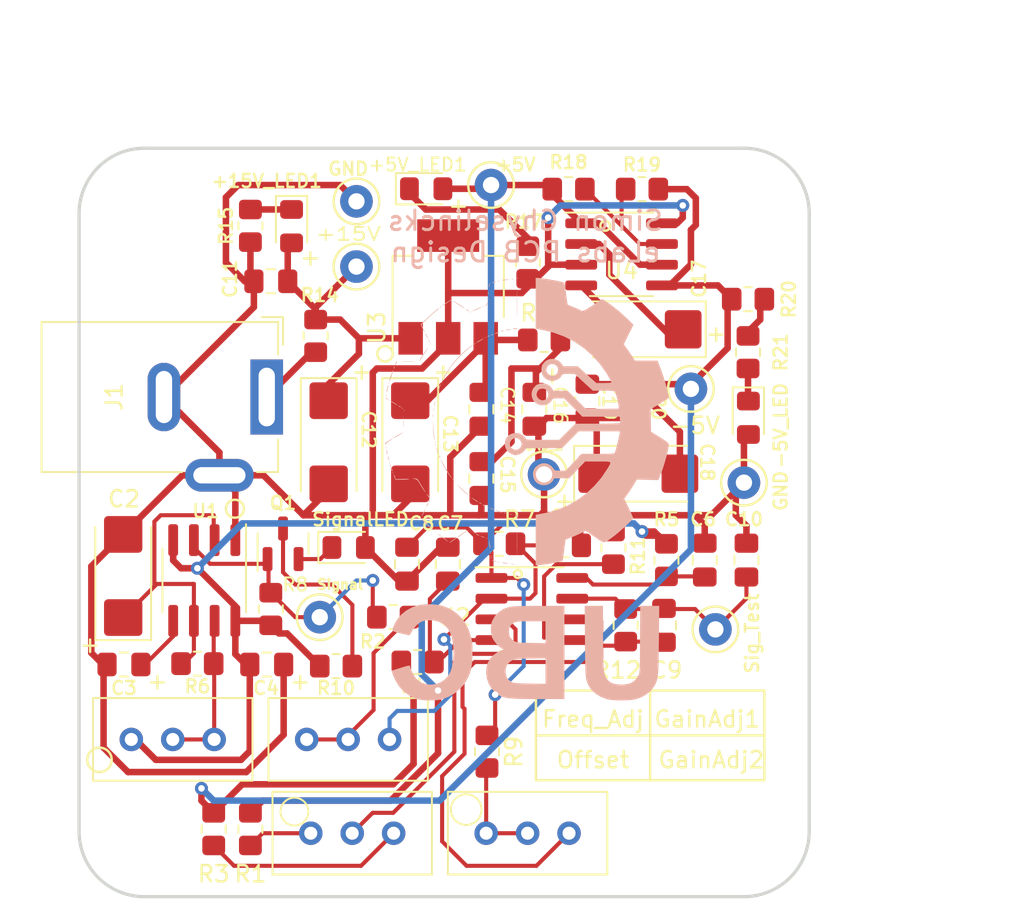
<source format=kicad_pcb>
(kicad_pcb (version 20211014) (generator pcbnew)
  (layers (0 "F.Cu" signal) (31 "B.Cu" signal) (34 "B.Paste" user) (35 "F.Paste" user) (36 "B.SilkS" user "B.Silkscreen") (37 "F.SilkS" user "F.Silkscreen") (38 "B.Mask" user) (39 "F.Mask" user) (44 "Edge.Cuts" user))
  (net 0 "")
  (net 1 "5V")
  (net 2 "Net-(+5V_LED1-Pad1)")
  (net 3 "Net-(+15V1-Pad1)")
  (net 4 "Net-(+15V_LED1-Pad1)")
  (net 5 "-5V")
  (net 6 "Net-(-5V_LED1-Pad1)")
  (net 7 "GND")
  (net 8 "Net-(C2-Pad1)")
  (net 9 "Net-(C3-Pad1)")
  (net 10 "Net-(C5-Pad1)")
  (net 11 "Net-(C5-Pad2)")
  (net 12 "Net-(C6-Pad1)")
  (net 13 "Net-(C7-Pad1)")
  (net 14 "Net-(C9-Pad1)")
  (net 15 "Net-(C10-Pad2)")
  (net 16 "/PS/+5V")
  (net 17 "Net-(C17-Pad1)")
  (net 18 "Net-(C17-Pad2)")
  (net 19 "Net-(Freq_Adj1-Pad2)")
  (net 20 "Net-(Gain_Adj1-Pad1)")
  (net 21 "Net-(Gain_Adj2-Pad1)")
  (net 22 "/PS/+15V")
  (net 23 "Net-(Offset1-Pad1)")
  (net 24 "Net-(Offset1-Pad2)")
  (net 25 "Net-(Offset1-Pad3)")
  (net 26 "Signal1")
  (net 27 "Net-(Q1-Pad2)")
  (net 28 "Net-(Q1-Pad3)")
  (net 29 "Net-(R11-Pad2)")
  (net 30 "Net-(R18-Pad2)")
  (footprint "Resistor_SMD:R_0805_2012Metric_Pad1.20x1.40mm_HandSolder" (layer "F.Cu") (at 145.42 104.14 180)
    (fp_text reference "R7")
    (fp_text value "10K")
  )
  (footprint "Potentiometer_THT:Potentiometer_Bourns_3296W_Vertical" (layer "F.Cu") (at 133.62 116.14 180)
    (fp_text reference "GainAdj1")
    (fp_text value "100K")
  )
  (footprint "Resistor_SMD:R_0805_2012Metric_Pad1.20x1.40mm_HandSolder" (layer "F.Cu") (at 127.92 121.64 90)
    (fp_text reference "R3")
    (fp_text value "1K")
  )
  (footprint "MountingHole:MountingHole_3.2mm_M3" (layer "F.Cu") (at 123.42 83.89)
    (fp_text reference "H1" hide)
    (fp_text value "MountingHole")
  )
  (footprint "elab_PCB_Design:C 0805" (layer "F.Cu") (at 145.2725 95.965 -90)
    (fp_text reference "C14")
    (fp_text value "10n")
  )
  (footprint "TestPoint:TestPoint_Keystone_5000-5004_Miniature" (layer "F.Cu") (at 158.67 109.39 -90)
    (fp_text reference "Sig_Test")
    (fp_text value "TestPoint")
  )
  (footprint "Resistor_SMD:R_0805_2012Metric_Pad1.20x1.40mm_HandSolder" (layer "F.Cu") (at 152.42 104.39 -90)
    (fp_text reference "R11")
    (fp_text value "25")
  )
  (footprint "Package_TO_SOT_SMD:SOT-23" (layer "F.Cu") (at 132.17 104.14 90)
    (fp_text reference "Q1")
    (fp_text value "DMN10H700S")
  )
  (footprint "Resistor_SMD:R_0805_2012Metric_Pad1.20x1.40mm_HandSolder" (layer "F.Cu") (at 148.17 91.64)
    (fp_text reference "R16")
    (fp_text value "0R")
  )
  (footprint "elab_PCB_Design:C 0805" (layer "F.Cu") (at 151.7725 95.465 -90)
    (fp_text reference "C19")
    (fp_text value "10n")
  )
  (footprint "Potentiometer_THT:Potentiometer_Bourns_3296W_Vertical" (layer "F.Cu") (at 144.62 121.89 180)
    (fp_text reference "GainAdj2")
    (fp_text value "100K")
  )
  (footprint "Potentiometer_THT:Potentiometer_Bourns_3296W_Vertical" (layer "F.Cu") (at 122.87 116.14 180)
    (fp_text reference "Freq_Adj")
    (fp_text value "100K")
  )
  (footprint "elab_PCB_Design:C 0805" (layer "F.Cu") (at 145.2725 100.215 -90)
    (fp_text reference "C15")
    (fp_text value "10n")
  )
  (footprint "elab_PCB_Design:C 0805" (layer "F.Cu") (at 138.8175 105.315 90)
    (fp_text reference "C8")
    (fp_text value "DNP")
  )
  (footprint "elab_PCB_Design:NE555DR" (layer "F.Cu") (at 133.474 106.6235 -90)
    (fp_text reference "U1")
    (fp_text value "NE555P")
  )
  (footprint "elab_PCB_Design:C 0805" (layer "F.Cu") (at 154.5675 109.065 90)
    (fp_text reference "C9")
    (fp_text value "22p")
  )
  (footprint "TestPoint:TestPoint_Keystone_5000-5004_Miniature" (layer "F.Cu") (at 136.67 87.14)
    (fp_text reference "+15V")
    (fp_text value "TestPoint")
  )
  (footprint "elab_PCB_Design:C 0805" (layer "F.Cu") (at 122.345 112.4925 180)
    (fp_text reference "C3")
    (fp_text value "10n")
  )
  (footprint "elab_PCB_Design:LED" (layer "F.Cu") (at 133.9175 84.7875 -90)
    (fp_text reference "+15V_LED1")
    (fp_text value "LED")
  )
  (footprint "Resistor_SMD:R_0805_2012Metric_Pad1.20x1.40mm_HandSolder" (layer "F.Cu") (at 135.42 111.64 180)
    (fp_text reference "R10")
    (fp_text value "150R")
  )
  (footprint "TestPoint:TestPoint_Keystone_5000-5004_Miniature" (layer "F.Cu") (at 148.17 99.89)
    (fp_text reference "GND_2")
    (fp_text value "TestPoint")
  )
  (footprint "TestPoint:TestPoint_Keystone_5000-5004_Miniature" (layer "F.Cu") (at 160.42 100.39 -90)
    (fp_text reference "GND")
    (fp_text value "TestPoint")
  )
  (footprint "Resistor_SMD:R_0805_2012Metric_Pad1.20x1.40mm_HandSolder" (layer "F.Cu") (at 147.17 86.89 -90)
    (fp_text reference "R17")
    (fp_text value "150R")
  )
  (footprint "elab_PCB_Design:C 0805" (layer "F.Cu") (at 141.3175 105.315 90)
    (fp_text reference "C7")
    (fp_text value "10n")
  )
  (footprint "Resistor_SMD:R_0805_2012Metric_Pad1.20x1.40mm_HandSolder" (layer "F.Cu") (at 134.17 91.39 90)
    (fp_text reference "R14")
    (fp_text value "0R")
  )
  (footprint "TestPoint:TestPoint_Keystone_5000-5004_Miniature" (layer "F.Cu") (at 136.67 83.14 90)
    (fp_text reference "GND")
    (fp_text value "TestPoint")
  )
  (footprint "Resistor_SMD:R_0805_2012Metric_Pad1.20x1.40mm_HandSolder" (layer "F.Cu") (at 130.17 121.64 -90)
    (fp_text reference "R1")
    (fp_text value "1K")
  )
  (footprint "MountingHole:MountingHole_3.2mm_M3_DIN965" (layer "F.Cu") (at 160.67 83.89)
    (fp_text reference "H3" hide)
    (fp_text value "MountingHole")
  )
  (footprint "Connector_BarrelJack:BarrelJack_GCT_DCJ200-10-A_Horizontal" (layer "F.Cu") (at 131.17 95.14 -90)
    (fp_text reference "J1")
    (fp_text value "Barrel_Jack_Switch")
  )
  (footprint "elab_PCB_Design:polar capacitor" (layer "F.Cu") (at 153.77 97.9175)
    (fp_text reference "C18")
    (fp_text value "10u")
  )
  (footprint "Resistor_SMD:R_0805_2012Metric_Pad1.20x1.40mm_HandSolder" (layer "F.Cu") (at 126.92 111.49 180)
    (fp_text reference "R6")
    (fp_text value "10K")
  )
  (footprint "TestPoint:TestPoint_Keystone_5000-5004_Miniature" (layer "F.Cu") (at 157.17 94.64)
    (fp_text reference "-5V")
    (fp_text value "TestPoint")
  )
  (footprint "elab_PCB_Design:polar capacitor" (layer "F.Cu") (at 141.8925 97.74 -90)
    (fp_text reference "C13")
    (fp_text value "10u")
  )
  (footprint "Potentiometer_THT:Potentiometer_Bourns_3296W_Vertical" (layer "F.Cu") (at 133.87 121.89 180)
    (fp_text reference "Offset")
    (fp_text value "100K")
  )
  (footprint "MountingHole:MountingHole_3.2mm_M3_DIN965" (layer "F.Cu") (at 123.42 122.14)
    (fp_text reference "H2" hide)
    (fp_text value "MountingHole")
  )
  (footprint "Resistor_SMD:R_0805_2012Metric_Pad1.20x1.40mm_HandSolder" (layer "F.Cu") (at 144.67 116.89 -90)
    (fp_text reference "R9")
    (fp_text value "1K")
  )
  (footprint "elab_PCB_Design:polar capacitor" (layer "F.Cu") (at 154.32 92.9125 180)
    (fp_text reference "C17")
    (fp_text value "10u")
  )
  (footprint "Resistor_SMD:R_0805_2012Metric_Pad1.20x1.40mm_HandSolder" (layer "F.Cu") (at 160.67 92.39 -90)
    (fp_text reference "R21")
    (fp_text value "150R")
  )
  (footprint "elab_PCB_Design:polar capacitor" (layer "F.Cu") (at 120.4475 106.29 90)
    (fp_text reference "C2")
    (fp_text value "10u")
  )
  (footprint "elab_PCB_Design:LM7805" (layer "F.Cu") (at 134.6725 87.71 90)
    (fp_text reference "U3")
    (fp_text value "LM7805MPX")
  )
  (footprint "Resistor_SMD:R_0805_2012Metric_Pad1.20x1.40mm_HandSolder" (layer "F.Cu") (at 153.17 109.14 90)
    (fp_text reference "R12")
    (fp_text value "10K")
  )
  (footprint "Resistor_SMD:R_0805_2012Metric_Pad1.20x1.40mm_HandSolder" (layer "F.Cu") (at 131.42 108.14 90)
    (fp_text reference "R8")
    (fp_text value "100R")
  )
  (footprint "TestPoint:TestPoint_Keystone_5000-5004_Miniature" (layer "F.Cu") (at 144.92 82.14)
    (fp_text reference "+5V")
    (fp_text value "TestPoint")
  )
  (footprint "elab_PCB_Design:C 0805" (layer "F.Cu") (at 149.495 103.2875)
    (fp_text reference "C5")
    (fp_text value "22p")
  )
  (footprint "Resistor_SMD:R_0805_2012Metric_Pad1.20x1.40mm_HandSolder" (layer "F.Cu") (at 155.67 105.14 -90)
    (fp_text reference "R5")
    (fp_text value "1R")
  )
  (footprint "elab_PCB_Design:LED" (layer "F.Cu") (at 141.0675 81.1425)
    (fp_text reference "+5V_LED1")
    (fp_text value "LED")
  )
  (footprint "Resistor_SMD:R_0805_2012Metric_Pad1.20x1.40mm_HandSolder" (layer "F.Cu") (at 149.67 82.39)
    (fp_text reference "R18")
    (fp_text value "100K")
  )
  (footprint "elab_PCB_Design:LED" (layer "F.Cu") (at 136.3175 103.1425)
    (fp_text reference "SignalLED")
    (fp_text value "LED")
  )
  (footprint "TestPoint:TestPoint_Keystone_5000-5004_Miniature" (layer "F.Cu") (at 134.42 108.64)
    (fp_text reference "Signal")
    (fp_text value "TestPoint")
  )
  (footprint "elab_PCB_Design:C 0805" (layer "F.Cu") (at 131.095 112.4925 180)
    (fp_text reference "C4")
    (fp_text value "10n")
  )
  (footprint "elab_PCB_Design:LED" (layer "F.Cu") (at 161.9175 96.5375 -90)
    (fp_text reference "-5V_LED")
    (fp_text value "LED")
  )
  (footprint "MountingHole:MountingHole_3.2mm_M3_DIN965" (layer "F.Cu") (at 160.42 122.14)
    (fp_text reference "H4" hide)
    (fp_text value "MountingHole")
  )
  (footprint "Package_SO:SOIC-8_3.9x4.9mm_P1.27mm" (layer "F.Cu") (at 147.42 108.14)
    (fp_text reference "U2")
    (fp_text value "AD8039")
  )
  (footprint "elab_PCB_Design:C 0805" (layer "F.Cu") (at 148.5225 95.965 -90)
    (fp_text reference "C16")
    (fp_text value "10u")
  )
  (footprint "Package_SO:SOIC-8_3.9x4.9mm_P1.27mm" (layer "F.Cu") (at 152.92 86.39)
    (fp_text reference "U4")
    (fp_text value "MAX889")
  )
  (footprint "elab_PCB_Design:C 0805" (layer "F.Cu") (at 154.7725 95.465 -90)
    (fp_text reference "C20")
    (fp_text value "10n")
  )
  (footprint "Resistor_SMD:R_0805_2012Metric_Pad1.20x1.40mm_HandSolder" (layer "F.Cu") (at 154.17 82.39)
    (fp_text reference "R19")
    (fp_text value "100K")
  )
  (footprint "Resistor_SMD:R_0805_2012Metric_Pad1.20x1.40mm_HandSolder" (layer "F.Cu") (at 160.67 89.14)
    (fp_text reference "R20")
    (fp_text value "0R")
  )
  (footprint "elab_PCB_Design:polar capacitor" (layer "F.Cu") (at 136.8925 97.74 -90)
    (fp_text reference "C12")
    (fp_text value "10u")
  )
  (footprint "elab_PCB_Design:C 0805" (layer "F.Cu") (at 157.0675 105.065 90)
    (fp_text reference "C6")
    (fp_text value "10n")
  )
  (footprint "elab_PCB_Design:C 0805" (layer "F.Cu") (at 131.345 88.9925 180)
    (fp_text reference "C11")
    (fp_text value "10n")
  )
  (footprint "elab_PCB_Design:C 0805" (layer "F.Cu") (at 161.5225 105.215 -90)
    (fp_text reference "C10")
    (fp_text value "10n")
  )
  (footprint "Resistor_SMD:R_0805_2012Metric_Pad1.20x1.40mm_HandSolder" (layer "F.Cu") (at 130.17 84.64 -90)
    (fp_text reference "R15")
    (fp_text value "650R")
  )
  (footprint "Resistor_SMD:R_0805_2012Metric_Pad1.20x1.40mm_HandSolder" (layer "F.Cu") (at 138.92 108.64)
    (fp_text reference "R2")
    (fp_text value "1K")
  )
  (footprint "Resistor_SMD:R_0805_2012Metric_Pad1.20x1.40mm_HandSolder" (layer "F.Cu") (at 140.42 111.39)
    (fp_text reference "R4")
    (fp_text value "1R")
  )
  (footprint "LOGO" (layer "B.Cu") (at 142.928415 100.55562 180)
    (fp_text reference "G***" hide)
    (fp_text value "LOGO" hide)
  )
  (gr_rect (start 147.67 113.14) (end 161.67 118.64) (layer "F.SilkS") (width 0.15) (fill none))
  (gr_circle (center 129.22 101.99) (end 129.77 101.99) (layer "F.SilkS") (width 0.15) (fill none))
  (gr_line (start 154.67 113.14) (end 154.67 118.64) (layer "F.SilkS") (width 0.15))
  (gr_circle (center 138.42 92.49) (end 137.9575 92.39) (layer "F.SilkS") (width 0.15) (fill none))
  (gr_circle (center 151.92 84.64) (end 152.22 84.64) (layer "F.SilkS") (width 0.15) (fill none))
  (gr_circle (center 146.562074 105.99) (end 146.412074 105.8) (layer "F.SilkS") (width 0.15) (fill none))
  (gr_line (start 147.67 115.89) (end 161.67 115.89) (layer "F.SilkS") (width 0.15))
  (gr_circle (center 120.92 117.39) (end 120.92 116.64) (layer "F.SilkS") (width 0.15) (fill none))
  (gr_line (start 119.67 121.78) (end 119.67 83.89) (layer "Edge.Cuts") (width 0.2))
  (gr_arc (start 164.419987 121.78) (mid 163.248413 124.608423) (end 160.419987 125.78) (layer "Edge.Cuts") (width 0.2))
  (gr_arc (start 160.419987 79.88) (mid 163.248423 81.051568) (end 164.419987 83.88) (layer "Edge.Cuts") (width 0.2))
  (gr_line (start 160.43 125.78) (end 123.67 125.78) (layer "Edge.Cuts") (width 0.2))
  (gr_arc (start 119.67 83.88) (mid 120.841573 81.051573) (end 123.67 79.88) (layer "Edge.Cuts") (width 0.2))
  (gr_line (start 123.67 79.88) (end 160.419987 79.88) (layer "Edge.Cuts") (width 0.2))
  (gr_line (start 164.419987 83.88) (end 164.419987 121.78) (layer "Edge.Cuts") (width 0.2))
  (gr_arc (start 123.67 125.78) (mid 120.841573 124.608427) (end 119.67 121.78) (layer "Edge.Cuts") (width 0.2))
  (gr_text "Simon Ghyselincks\neLabs PCB Design" (at 147.02 85.29) (layer "B.SilkS") (effects (font (size 1.2 1.2) (thickness 0.18)) (justify mirror)))
  (segment (start 141.67 116.988528) (end 138.768528 119.89) (width 0.4) (layer "F.Cu") (net 1))
  (segment (start 129.246 108.865) (end 131.145 108.865) (width 0.4) (layer "F.Cu") (net 1))
  (segment (start 148.42 82.14) (end 148.67 82.39) (width 0.4) (layer "F.Cu") (net 1))
  (segment (start 148.67 82.71) (end 150.445 84.485) (width 0.4) (layer "F.Cu") (net 1))
  (segment (start 154.055 87.025) (end 151.515 84.485) (width 0.4) (layer "F.Cu") (net 1))
  (segment (start 129.246 110.906) (end 130.1325 111.7925) (width 0.4) (layer "F.Cu") (net 1))
  (segment (start 130.1325 111.7925) (end 130.1325 116.8525) (width 0.4) (layer "F.Cu") (net 1))
  (segment (start 151.515 84.485) (end 150.445 84.485) (width 0.4) (layer "F.Cu") (net 1))
  (segment (start 154.92 103.39) (end 155.67 104.14) (width 0.4) (layer "F.Cu") (net 1))
  (segment (start 155.17 103.64) (end 155.67 104.14) (width 0.4) (layer "F.Cu") (net 1))
  (segment (start 147.67 93.64) (end 147.67 94.7) (width 0.4) (layer "F.Cu") (net 1))
  (segment (start 146.17 93.39) (end 146.17 97.89) (width 0.4) (layer "F.Cu") (net 1))
  (segment (start 125.92 105.64) (end 125.436 105.156) (width 0.4) (layer "F.Cu") (net 1))
  (segment (start 141.67 113.14) (end 141.67 116.988528) (width 0.4) (layer "F.Cu") (net 1))
  (segment (start 129.246 107.966) (end 129.246 108.865) (width 0.4) (layer "F.Cu") (net 1))
  (segment (start 147.92 93.39) (end 147.67 93.64) (width 0.4) (layer "F.Cu") (net 1))
  (segment (start 154.17 103.39) (end 154.92 103.39) (width 0.4) (layer "F.Cu") (net 1))
  (segment (start 146.17 97.89) (end 144.9575 99.1025) (width 0.4) (layer "F.Cu") (net 1))
  (segment (start 144.92 82.14) (end 148.42 82.14) (width 0.4) (layer "F.Cu") (net 1))
  (segment (start 144.9575 99.1025) (end 144.3225 99.1025) (width 0.4) (layer "F.Cu") (net 1))
  (segment (start 141.9675 82.3675) (end 144.6925 82.3675) (width 0.4) (layer "F.Cu") (net 1))
  (segment (start 155.395 87.025) (end 154.055 87.025) (width 0.4) (layer "F.Cu") (net 1))
  (segment (start 130.1325 116.8525) (end 129.595 117.39) (width 0.4) (layer "F.Cu") (net 1))
  (segment (start 125.436 105.156) (end 125.436 103.915) (width 0.4) (layer "F.Cu") (net 1))
  (segment (start 129.246 108.865) (end 129.246 110.906) (width 0.4) (layer "F.Cu") (net 1))
  (segment (start 131.42 109.14) (end 131.92 109.64) (width 0.4) (layer "F.Cu") (net 1))
  (segment (start 149.17 92.14) (end 147.92 93.39) (width 0.4) (layer "F.Cu") (net 1))
  (segment (start 147.92 93.39) (end 146.17 93.39) (width 0.4) (layer "F.Cu") (net 1))
  (segment (start 126.92 105.64) (end 129.246 107.966) (width 0.4) (layer "F.Cu") (net 1))
  (segment (start 148.67 82.39) (end 148.67 82.71) (width 0.4) (layer "F.Cu") (net 1))
  (segment (start 154.42 103.64) (end 155.17 103.64) (width 0.4) (layer "F.Cu") (net 1))
  (segment (start 131.92 109.64) (end 132.42 109.64) (width 0.4) (layer "F.Cu") (net 1))
  (segment (start 126.92 105.64) (end 125.92 105.64) (width 0.4) (layer "F.Cu") (net 1))
  (segment (start 130.92 119.89) (end 130.17 120.64) (width 0.4) (layer "F.Cu") (net 1))
  (segment (start 138.768528 119.89) (end 130.92 119.89) (width 0.4) (layer "F.Cu") (net 1))
  (segment (start 131.145 108.865) (end 131.42 109.14) (width 0.4) (layer "F.Cu") (net 1))
  (segment (start 149.17 91.64) (end 149.17 92.14) (width 0.4) (layer "F.Cu") (net 1))
  (segment (start 144.6925 82.3675) (end 144.92 82.14) (width 0.4) (layer "F.Cu") (net 1))
  (segment (start 129.595 117.39) (end 124.37 117.39) (width 0.4) (layer "F.Cu") (net 1))
  (segment (start 124.37 117.39) (end 122.87 115.89) (width 0.4) (layer "F.Cu") (net 1))
  (segment (start 132.42 109.64) (end 134.42 111.64) (width 0.4) (layer "F.Cu") (net 1))
  (via (at 154.17 103.39) (size 0.8) (drill 0.4) (layers "F.Cu" "B.Cu") (net 1))
  (via (at 126.92 105.64) (size 0.8) (drill 0.4) (layers "F.Cu" "B.Cu") (net 1))
  (via (at 141.67 113.14) (size 0.8) (drill 0.4) (layers "F.Cu" "B.Cu") (net 1))
  (segment (start 144.92 104.39) (end 144.92 102.89) (width 0.4) (layer "B.Cu") (net 1))
  (segment (start 144.92 102.89) (end 129.67 102.89) (width 0.4) (layer "B.Cu") (net 1))
  (segment (start 153.67 102.89) (end 154.17 103.39) (width 0.4) (layer "B.Cu") (net 1))
  (segment (start 129.67 102.89) (end 126.92 105.64) (width 0.4) (layer "B.Cu") (net 1))
  (segment (start 144.92 102.89) (end 153.67 102.89) (width 0.4) (layer "B.Cu") (net 1))
  (segment (start 144.92 82.14) (end 144.92 102.89) (width 0.4) (layer "B.Cu") (net 1))
  (segment (start 140.67 108.64) (end 144.92 104.39) (width 0.4) (layer "B.Cu") (net 1))
  (segment (start 141.67 113.14) (end 140.67 112.14) (width 0.4) (layer "B.Cu") (net 1))
  (segment (start 140.67 112.14) (end 140.67 108.64) (width 0.4) (layer "B.Cu") (net 1))
  (segment (start 139.9175 82.6375) (end 139.9175 82.3675) (width 0.4) (layer "F.Cu") (net 2))
  (segment (start 145.42 83.64) (end 140.92 83.64) (width 0.4) (layer "F.Cu") (net 2))
  (segment (start 140.92 83.64) (end 139.9175 82.6375) (width 0.4) (layer "F.Cu") (net 2))
  (segment (start 147.67 85.89) (end 145.42 83.64) (width 0.4) (layer "F.Cu") (net 2))
  (segment (start 134.17 89.64) (end 136.67 87.14) (width 0.4) (layer "F.Cu") (net 3))
  (segment (start 134.17 90.39) (end 134.17 89.64) (width 0.4) (layer "F.Cu") (net 3))
  (segment (start 135.67 90.39) (end 136.82 91.54) (width 0.4) (layer "F.Cu") (net 3))
  (segment (start 134.17 90.39) (end 134.17 89.755) (width 0.4) (layer "F.Cu") (net 3))
  (segment (start 134.9675 94.3425) (end 136.82 92.49) (width 0.4) (layer "F.Cu") (net 3))
  (segment (start 134.17 89.755) (end 132.4575 88.0425) (width 0.4) (layer "F.Cu") (net 3))
  (segment (start 132.4575 88.0425) (end 132.4575 85.9225) (width 0.4) (layer "F.Cu") (net 3))
  (segment (start 134.9675 95.365) (end 134.9675 94.3425) (width 0.4) (layer "F.Cu") (net 3))
  (segment (start 134.17 90.39) (end 135.67 90.39) (width 0.4) (layer "F.Cu") (net 3))
  (segment (start 132.4575 85.9225) (end 132.6925 85.6875) (width 0.4) (layer "F.Cu") (net 3))
  (segment (start 136.82 91.54) (end 139.9925 91.54) (width 0.4) (layer "F.Cu") (net 3))
  (segment (start 136.82 92.49) (end 136.82 91.54) (width 0.4) (layer "F.Cu") (net 3))
  (segment (start 130.1725 83.6375) (end 130.17 83.64) (width 0.4) (layer "F.Cu") (net 4))
  (segment (start 132.6925 83.6375) (end 130.1725 83.6375) (width 0.4) (layer "F.Cu") (net 4))
  (segment (start 156.92 82.39) (end 155.17 82.39) (width 0.4) (layer "F.Cu") (net 5))
  (segment (start 140.17 117.64) (end 138.92 118.89) (width 0.4) (layer "F.Cu") (net 5))
  (segment (start 156.495 99.8425) (end 156.495 97.275) (width 0.4) (layer "F.Cu") (net 5))
  (segment (start 155.395 88.295) (end 158.825 88.295) (width 0.4) (layer "F.Cu") (net 5))
  (segment (start 161.42 88.89) (end 161.42 90.39) (width 0.4) (layer "F.Cu") (net 5))
  (segment (start 155.395 88.295) (end 155.877817 88.295) (width 0.4) (layer "F.Cu") (net 5))
  (segment (start 157.47 82.94) (end 156.92 82.39) (width 0.4) (layer "F.Cu") (net 5))
  (segment (start 140.17 112.64) (end 140.17 117.64) (width 0.4) (layer "F.Cu") (net 5))
  (segment (start 158.825 88.295) (end 159.42 88.89) (width 0.4) (layer "F.Cu") (net 5))
  (segment (start 129.67 118.89) (end 127.92 120.64) (width 0.4) (layer "F.Cu") (net 5))
  (segment (start 161.42 90.39) (end 160.67 91.14) (width 0.4) (layer "F.Cu") (net 5))
  (segment (start 159.42 92.14) (end 157.2075 94.3525) (width 0.4) (layer "F.Cu") (net 5))
  (segment (start 155.877817 88.295) (end 157.17 87.002817) (width 0.4) (layer "F.Cu") (net 5))
  (segment (start 127.17 119.14) (end 127.17 119.89) (width 0.4) (layer "F.Cu") (net 5))
  (segment (start 138.92 118.89) (end 129.67 118.89) (width 0.4) (layer "F.Cu") (net 5))
  (segment (start 127.17 119.89) (end 127.92 120.64) (width 0.4) (layer "F.Cu") (net 5))
  (segment (start 157.17 84.89) (end 157.47 84.59) (width 0.4) (layer "F.Cu") (net 5))
  (segment (start 157.17 87.002817) (end 157.17 84.89) (width 0.4) (layer "F.Cu") (net 5))
  (segment (start 157.47 84.59) (end 157.47 82.94) (width 0.4) (layer "F.Cu") (net 5))
  (segment (start 156.495 97.275) (end 153.5725 94.3525) (width 0.4) (layer "F.Cu") (net 5))
  (segment (start 157.2075 94.3525) (end 150.8225 94.3525) (width 0.4) (layer "F.Cu") (net 5))
  (segment (start 139.17 111.64) (end 140.17 112.64) (width 0.4) (layer "F.Cu") (net 5))
  (segment (start 159.42 88.89) (end 159.42 92.14) (width 0.4) (layer "F.Cu") (net 5))
  (via (at 127.17 119.14) (size 0.8) (drill 0.4) (layers "F.Cu" "B.Cu") (net 5))
  (segment (start 127.92 119.89) (end 127.17 119.14) (width 0.4) (layer "B.Cu") (net 5))
  (segment (start 141.768528 119.89) (end 127.92 119.89) (width 0.4) (layer "B.Cu") (net 5))
  (segment (start 157.17 104.488528) (end 141.768528 119.89) (width 0.4) (layer "B.Cu") (net 5))
  (segment (start 157.17 94.64) (end 157.17 104.488528) (width 0.4) (layer "B.Cu") (net 5))
  (segment (start 160.67 95.365) (end 160.42 95.365) (width 0.4) (layer "F.Cu") (net 6))
  (segment (start 160.67 93.14) (end 160.67 95.365) (width 0.4) (layer "F.Cu") (net 6))
  (segment (start 134.9675 100.8425) (end 133.42 102.39) (width 0.4) (layer "F.Cu") (net 7))
  (segment (start 129.8225 88.0425) (end 130.3825 88.0425) (width 0.4) (layer "F.Cu") (net 7))
  (segment (start 122.67 118.14) (end 121.17 116.64) (width 0.4) (layer "F.Cu") (net 7))
  (segment (start 120.42 110.83) (end 120.42 105.5175) (width 0.4) (layer "F.Cu") (net 7))
  (segment (start 148.17 102.14) (end 147.92 102.39) (width 0.4) (layer "F.Cu") (net 7))
  (segment (start 134.9675 100.465) (end 134.9675 100.8425) (width 0.4) (layer "F.Cu") (net 7))
  (segment (start 121.3825 111.7925) (end 120.42 110.83) (width 0.4) (layer "F.Cu") (net 7))
  (segment (start 156.67 83.39) (end 156.67 84.14) (width 0.4) (layer "F.Cu") (net 7))
  (segment (start 129.246 100.916) (end 128.27 99.94) (width 0.4) (layer "F.Cu") (net 7))
  (segment (start 138.92 102.39) (end 142.42 102.39) (width 0.4) (layer "F.Cu") (net 7))
  (segment (start 158.0175 102.9875) (end 157.42 102.39) (width 0.4) (layer "F.Cu") (net 7))
  (segment (start 128.27 98.54) (end 128.27 99.94) (width 0.4) (layer "F.Cu") (net 7))
  (segment (start 150.445 87.025) (end 148.535 87.025) (width 0.4) (layer "F.Cu") (net 7))
  (segment (start 121.17 112.005) (end 121.3825 111.7925) (width 0.4) (layer "F.Cu") (net 7))
  (segment (start 147.92 102.39) (end 150.92 102.39) (width 0.4) (layer "F.Cu") (net 7))
  (segment (start 142.2675 104.3525) (end 141.8425 104.3525) (width 0.4) (layer "F.Cu") (net 7))
  (segment (start 137.92 93.39) (end 137.67 93.64) (width 0.4) (layer "F.Cu") (net 7))
  (segment (start 151.395 99.8425) (end 151.395 97) (width 0.4) (layer "F.Cu") (net 7))
  (segment (start 130.17 87.83) (end 130.3825 88.0425) (width 0.4) (layer "F.Cu") (net 7))
  (segment (start 144.3225 101.1775) (end 144.3225 102.2375) (width 0.4) (layer "F.Cu") (net 7))
  (segment (start 152.42 103.39) (end 152.42 102.89) (width 0.4) (layer "F.Cu") (net 7))
  (segment (start 135.67 82.14) (end 129.42 82.14) (width 0.4) (layer "F.Cu") (net 7))
  (segment (start 144.3225 96.9275) (end 142.42 98.83) (width 0.4) (layer "F.Cu") (net 7))
  (segment (start 142.2925 88.7625) (end 142.2925 91.54) (width 0.4) (layer "F.Cu") (net 7))
  (segment (start 147.8225 96.9275) (end 147.8225 99.5425) (width 0.4) (layer "F.Cu") (net 7))
  (segment (start 147.67 87.89) (end 146.7975 88.7625) (width 0.4) (layer "F.Cu") (net 7))
  (segment (start 137.2175 104.3675) (end 137.2175 102.4375) (width 0.4) (layer "F.Cu") (net 7))
  (segment (start 130.3825 88.0425) (end 130.3825 89.6275) (width 0.4) (layer "F.Cu") (net 7))
  (segment (start 147.8225 99.5425) (end 148.17 99.89) (width 0.4) (layer "F.Cu") (net 7))
  (segment (start 156.325 84.485) (end 155.395 84.485) (width 0.4) (layer "F.Cu") (net 7))
  (segment (start 142.2925 91.54) (end 142.2925 91.79) (width 0.4) (layer "F.Cu") (net 7))
  (segment (start 150.445 87.025) (end 150.785 87.025) (width 0.4) (layer "F.Cu") (net 7))
  (segment (start 140.0175 106.4275) (end 139.2775 106.4275) (width 0.4) (layer "F.Cu") (net 7))
  (segment (start 137.67 102.39) (end 138.92 102.39) (width 0.4) (layer "F.Cu") (net 7))
  (segment (start 136.67 83.14) (end 135.67 82.14) (width 0.4) (layer "F.Cu") (net 7))
  (segment (start 124.87 95.14) (end 128.27 98.54) (width 0.4) (layer "F.Cu") (net 7))
  (segment (start 150.92 102.39) (end 157.42 102.39) (width 0.4) (layer "F.Cu") (net 7))
  (segment (start 141.8425 104.3525) (end 139.7675 106.4275) (width 0.4) (layer "F.Cu") (net 7))
  (segment (start 137.2175 102.4375) (end 137.17 102.39) (width 0.4) (layer "F.Cu") (net 7))
  (segment (start 125.9975 99.94) (end 128.27 99.94) (width 0.4) (layer "F.Cu") (net 7))
  (segment (start 128.67 86.89) (end 129.8225 88.0425) (width 0.4) (layer "F.Cu") (net 7))
  (segment (start 148.535 87.025) (end 148.42 87.14) (width 0.4) (layer "F.Cu") (net 7))
  (segment (start 132.2075 111.7925) (end 132.2075 115.8525) (width 0.4) (layer "F.Cu") (net 7))
  (segment (start 142.42 102.39) (end 144.17 102.39) (width 0.4) (layer "F.Cu") (net 7))
  (segment (start 139.9675 101.3425) (end 138.92 102.39) (width 0.4) (layer "F.Cu") (net 7))
  (segment (start 132.2075 115.8525) (end 129.92 118.14) (width 0.4) (layer "F.Cu") (net 7))
  (segment (start 139.9675 100.465) (end 139.9675 101.3425) (width 0.4) (layer "F.Cu") (net 7))
  (segment (start 152.42 102.89) (end 151.92 102.39) (width 0.4) (layer "F.Cu") (net 7))
  (segment (start 137.67 93.64) (end 137.67 102.39) (width 0.4) (layer "F.Cu") (net 7))
  (segment (start 148.3225 96.4275) (end 147.8225 96.9275) (width 0.4) (layer "F.Cu") (net 7))
  (segment (start 158.42 102.39) (end 157.42 102.39) (width 0.4) (layer "F.Cu") (net 7))
  (segment (start 133.42 102.39) (end 137.17 102.39) (width 0.4) (layer "F.Cu") (net 7))
  (segment (start 160.42 97.415) (end 160.42 100.39) (width 0.4) (layer "F.Cu") (net 7))
  (segment (start 150.927817 87.025) (end 150.445 87.025) (width 0.4) (layer "F.Cu") (net 7))
  (segment (start 156.67 84.14) (end 156.325 84.485) (width 0.4) (layer "F.Cu") (net 7))
  (segment (start 129.92 118.14) (end 122.67 118.14) (width 0.4) (layer "F.Cu") (net 7))
  (segment (start 140.6925 93.39) (end 137.92 93.39) (width 0.4) (layer "F.Cu") (net 7))
  (segment (start 133.42 102.39) (end 130.97 99.94) (width 0.4) (layer "F.Cu") (net 7))
  (segment (start 129.42 82.14) (end 128.67 82.89) (width 0.4) (layer "F.Cu") (net 7))
  (segment (start 128.67 82.89) (end 128.67 86.89) (width 0.4) (layer "F.Cu") (net 7))
  (segment (start 144.17 102.39) (end 147.92 102.39) (width 0.4) (layer "F.Cu") (net 7))
  (segment (start 158.0175 104.1025) (end 158.0175 102.9875) (width 0.4) (layer "F.Cu") (net 7))
  (segment (start 137.17 102.39) (end 137.67 102.39) (width 0.4) (layer "F.Cu") (net 7))
  (segment (start 130.97 99.94) (end 128.27 99.94) (width 0.4) (layer "F.Cu") (net 7))
  (segment (start 160.42 100.39) (end 158.42 102.39) (width 0.4) (layer "F.Cu") (net 7))
  (segment (start 142.2925 85.24) (end 142.2925 88.7625) (width 0.4) (layer "F.Cu") (net 7))
  (segment (start 121.17 116.64) (end 121.17 112.005) (width 0.4) (layer "F.Cu") (net 7))
  (segment (start 160.5725 103.0425) (end 159.92 102.39) (width 0.4) (layer "F.Cu") (net 7))
  (segment (start 151.395 97) (end 150.8225 96.4275) (width 0.4) (layer "F.Cu") (net 7))
  (segment (start 142.42 98.83) (end 142.42 102.39) (width 0.4) (layer "F.Cu") (net 7))
  (segment (start 122.3725 103.565) (end 125.9975 99.94) (width 0.4) (layer "F.Cu") (net 7))
  (segment (start 150.785 87.025) (end 150.92 86.89) (width 0.4) (layer "F.Cu") (net 7))
  (segment (start 129.246 103.915) (end 129.246 100.916) (width 0.4) (layer "F.Cu") (net 7))
  (segment (start 148.42 87.14) (end 147.67 87.89) (width 0.4) (layer "F.Cu") (net 7))
  (segment (start 151.92 102.39) (end 150.92 102.39) (width 0.4) (layer "F.Cu") (net 7))
  (segment (start 159.92 102.39) (end 159.92 100.14) (width 0.4) (layer "F.Cu") (net 7))
  (segment (start 130.3825 89.6275) (end 124.87 95.14) (width 0.4) (layer "F.Cu") (net 7))
  (segment (start 153.5725 96.4275) (end 148.3225 96.4275) (width 0.4) (layer "F.Cu") (net 7))
  (segment (start 148.42 84.14) (end 148.42 87.14) (width 0.4) (layer "F.Cu") (net 7))
  (segment (start 144.3225 102.2375) (end 144.17 102.39) (width 0.4) (layer "F.Cu") (net 7))
  (segment (start 130.17 85.64) (end 130.17 87.83) (width 0.4) (layer "F.Cu") (net 7))
  (segment (start 160.5725 104.1025) (end 160.5725 103.0425) (width 0.4) (layer "F.Cu") (net 7))
  (segment (start 142.2925 91.79) (end 140.6925 93.39) (width 0.4) (layer "F.Cu") (net 7))
  (segment (start 120.42 105.5175) (end 122.3725 103.565) (width 0.4) (layer "F.Cu") (net 7))
  (segment (start 148.17 99.89) (end 148.17 102.14) (width 0.4) (layer "F.Cu") (net 7))
  (segment (start 146.7975 88.7625) (end 142.2925 88.7625) (width 0.4) (layer "F.Cu") (net 7))
  (segment (start 139.2775 106.4275) (end 137.2175 104.3675) (width 0.4) (layer "F.Cu") (net 7))
  (via (at 148.42 84.14) (size 0.8) (drill 0.4) (layers "F.Cu" "B.Cu") (net 7))
  (via (at 156.67 83.39) (size 0.8) (drill 0.4) (layers "F.Cu" "B.Cu") (net 7))
  (segment (start 156.67 83.39) (end 149.17 83.39) (width 0.4) (layer "B.Cu") (net 7))
  (segment (start 149.17 83.39) (end 148.42 84.14) (width 0.4) (layer "B.Cu") (net 7))
  (segment (start 124.67 102.39) (end 124.28375 102.77625) (width 0.25) (layer "F.Cu") (net 8))
  (segment (start 126.706 106.604) (end 126.706 108.865) (width 0.25) (layer "F.Cu") (net 8))
  (segment (start 124.28375 106.75375) (end 122.3725 108.665) (width 0.25) (layer "F.Cu") (net 8))
  (segment (start 126.706 108.865) (end 126.706 110.854) (width 0.25) (layer "F.Cu") (net 8))
  (segment (start 126.634 106.604) (end 124.4335 106.604) (width 0.25) (layer "F.Cu") (net 8))
  (segment (start 126.706 106.604) (end 126.634 106.604) (width 0.25) (layer "F.Cu") (net 8))
  (segment (start 124.28375 102.77625) (end 124.28375 106.75375) (width 0.25) (layer "F.Cu") (net 8))
  (segment (start 126.706 110.854) (end 125.92 111.64) (width 0.25) (layer "F.Cu") (net 8))
  (segment (start 127.976 103.915) (end 127.976 103.538249) (width 0.25) (layer "F.Cu") (net 8))
  (segment (start 124.4335 106.604) (end 124.28375 106.75375) (width 0.25) (layer "F.Cu") (net 8))
  (segment (start 127.92 103.482249) (end 127.92 102.39) (width 0.25) (layer "F.Cu") (net 8))
  (segment (start 127.976 103.538249) (end 127.92 103.482249) (width 0.25) (layer "F.Cu") (net 8))
  (segment (start 127.92 102.39) (end 124.67 102.39) (width 0.25) (layer "F.Cu") (net 8))
  (segment (start 125.436 108.865) (end 125.436 109.814) (width 0.25) (layer "F.Cu") (net 9))
  (segment (start 125.436 109.814) (end 123.4575 111.7925) (width 0.25) (layer "F.Cu") (net 9))
  (segment (start 146.5175 104.2375) (end 146.42 104.14) (width 0.25) (layer "F.Cu") (net 10))
  (segment (start 147.645 105.365) (end 146.42 104.14) (width 0.25) (layer "F.Cu") (net 10))
  (segment (start 144.530402 107.505) (end 144.945 107.505) (width 0.25) (layer "F.Cu") (net 10))
  (segment (start 147.305 107.505) (end 147.645 107.165) (width 0.25) (layer "F.Cu") (net 10))
  (segment (start 148.3825 104.2375) (end 146.5175 104.2375) (width 0.25) (layer "F.Cu") (net 10))
  (segment (start 147.645 107.165) (end 147.645 105.365) (width 0.25) (layer "F.Cu") (net 10))
  (segment (start 144.945 107.505) (end 147.305 107.505) (width 0.25) (layer "F.Cu") (net 10))
  (segment (start 142.032701 110.002701) (end 144.530402 107.505) (width 0.25) (layer "F.Cu") (net 10))
  (via (at 142.032701 110.002701) (size 0.8) (drill 0.4) (layers "F.Cu" "B.Cu") (net 10))
  (segment (start 142.42 110.39) (end 142.42 113.415305) (width 0.25) (layer "B.Cu") (net 10))
  (segment (start 139.17 114.39) (end 138.7 114.86) (width 0.25) (layer "B.Cu") (net 10))
  (segment (start 142.42 113.415305) (end 141.445305 114.39) (width 0.25) (layer "B.Cu") (net 10))
  (segment (start 138.7 114.86) (end 138.7 116.14) (width 0.25) (layer "B.Cu") (net 10))
  (segment (start 141.445305 114.39) (end 139.17 114.39) (width 0.25) (layer "B.Cu") (net 10))
  (segment (start 142.032701 110.002701) (end 142.42 110.39) (width 0.25) (layer "B.Cu") (net 10))
  (segment (start 150.4575 102.9525) (end 150.4575 104.2375) (width 0.25) (layer "F.Cu") (net 11))
  (segment (start 144.67 115.89) (end 145.17 115.39) (width 0.25) (layer "F.Cu") (net 11))
  (segment (start 140.98 103.14) (end 143.42 103.14) (width 0.25) (layer "F.Cu") (net 11))
  (segment (start 146.515 106.235) (end 146.67 106.39) (width 0.25) (layer "F.Cu") (net 11))
  (segment (start 145.17 115.39) (end 145.17 113.39) (width 0.25) (layer "F.Cu") (net 11))
  (segment (start 144.945 104.665) (end 144.945 106.235) (width 0.25) (layer "F.Cu") (net 11))
  (segment (start 143.42 103.14) (end 144.945 104.665) (width 0.25) (layer "F.Cu") (net 11))
  (segment (start 150.42 102.915) (end 150.4575 102.9525) (width 0.25) (layer "F.Cu") (net 11))
  (segment (start 146.67 106.39) (end 146.92 106.64) (width 0.25) (layer "F.Cu") (net 11))
  (segment (start 145.645 102.915) (end 150.42 102.915) (width 0.25) (layer "F.Cu") (net 11))
  (segment (start 144.945 106.235) (end 146.515 106.235) (width 0.25) (layer "F.Cu") (net 11))
  (segment (start 144.42 104.14) (end 145.645 102.915) (width 0.25) (layer "F.Cu") (net 11))
  (segment (start 139.7675 104.3525) (end 140.98 103.14) (width 0.25) (layer "F.Cu") (net 11))
  (via (at 145.17 113.39) (size 0.8) (drill 0.4) (layers "F.Cu" "B.Cu") (net 11))
  (via (at 146.92 106.64) (size 0.8) (drill 0.4) (layers "F.Cu" "B.Cu") (net 11))
  (segment (start 146.92 106.64) (end 146.92 111.64) (width 0.25) (layer "B.Cu") (net 11))
  (segment (start 146.92 111.64) (end 145.17 113.39) (width 0.25) (layer "B.Cu") (net 11))
  (segment (start 149.895 106.235) (end 150.765 106.235) (width 0.25) (layer "F.Cu") (net 12))
  (segment (start 150.765 106.235) (end 151.17 106.64) (width 0.25) (layer "F.Cu") (net 12))
  (segment (start 155.17 106.64) (end 155.67 106.14) (width 0.25) (layer "F.Cu") (net 12))
  (segment (start 151.17 106.64) (end 155.17 106.64) (width 0.25) (layer "F.Cu") (net 12))
  (segment (start 155.67 106.14) (end 157.98 106.14) (width 0.25) (layer "F.Cu") (net 12))
  (segment (start 141.17 111.64) (end 141.17 107.525) (width 0.25) (layer "F.Cu") (net 13))
  (segment (start 141.42 111.64) (end 143.015 110.045) (width 0.25) (layer "F.Cu") (net 13))
  (segment (start 143.015 110.045) (end 144.945 110.045) (width 0.25) (layer "F.Cu") (net 13))
  (segment (start 141.17 107.525) (end 142.2675 106.4275) (width 0.25) (layer "F.Cu") (net 13))
  (segment (start 141.92 118.39) (end 143.295 117.015) (width 0.25) (layer "F.Cu") (net 14))
  (segment (start 143.295 114.265) (end 143.17 114.14) (width 0.25) (layer "F.Cu") (net 14))
  (segment (start 143.42 123.89) (end 141.92 122.39) (width 0.25) (layer "F.Cu") (net 14))
  (segment (start 147.7 123.89) (end 143.42 123.89) (width 0.25) (layer "F.Cu") (net 14))
  (segment (start 151.67 110.39) (end 151.67 111.14) (width 0.25) (layer "F.Cu") (net 14))
  (segment (start 143.17 112.14) (end 143.92 111.39) (width 0.25) (layer "F.Cu") (net 14))
  (segment (start 141.92 122.39) (end 141.92 118.39) (width 0.25) (layer "F.Cu") (net 14))
  (segment (start 151.555 108.775) (end 151.67 108.89) (width 0.25) (layer "F.Cu") (net 14))
  (segment (start 143.92 111.39) (end 151.42 111.39) (width 0.25) (layer "F.Cu") (net 14))
  (segment (start 143.17 114.14) (end 143.17 112.14) (width 0.25) (layer "F.Cu") (net 14))
  (segment (start 155.48 110.14) (end 155.5175 110.1775) (width 0.25) (layer "F.Cu") (net 14))
  (segment (start 143.295 117.015) (end 143.295 114.265) (width 0.25) (layer "F.Cu") (net 14))
  (segment (start 149.895 108.775) (end 151.555 108.775) (width 0.25) (layer "F.Cu") (net 14))
  (segment (start 149.7 121.89) (end 147.7 123.89) (width 0.25) (layer "F.Cu") (net 14))
  (segment (start 151.67 108.89) (end 151.67 110.39) (width 0.25) (layer "F.Cu") (net 14))
  (segment (start 152.92 110.39) (end 153.17 110.14) (width 0.25) (layer "F.Cu") (net 14))
  (segment (start 151.67 110.39) (end 152.92 110.39) (width 0.25) (layer "F.Cu") (net 14))
  (segment (start 151.67 111.14) (end 151.42 111.39) (width 0.25) (layer "F.Cu") (net 14))
  (segment (start 153.17 110.14) (end 155.48 110.14) (width 0.25) (layer "F.Cu") (net 14))
  (segment (start 153.17 108.14) (end 155.48 108.14) (width 0.25) (layer "F.Cu") (net 15))
  (segment (start 155.48 108.14) (end 155.5175 108.1025) (width 0.25) (layer "F.Cu") (net 15))
  (segment (start 149.895 107.505) (end 152.535 107.505) (width 0.25) (layer "F.Cu") (net 15))
  (segment (start 152.535 107.505) (end 153.17 108.14) (width 0.25) (layer "F.Cu") (net 15))
  (segment (start 155.555 108.14) (end 155.5175 108.1025) (width 0.25) (layer "F.Cu") (net 15))
  (segment (start 158.67 109.39) (end 157.42 108.14) (width 0.25) (layer "F.Cu") (net 15))
  (segment (start 157.42 108.14) (end 155.555 108.14) (width 0.25) (layer "F.Cu") (net 15))
  (segment (start 160.5725 106.1775) (end 160.5725 107.4875) (width 0.25) (layer "F.Cu") (net 15))
  (segment (start 160.5725 107.4875) (end 158.67 109.39) (width 0.25) (layer "F.Cu") (net 15))
  (segment (start 144.5925 91.79) (end 141.0175 95.365) (width 0.4) (layer "F.Cu") (net 16))
  (segment (start 141.0175 95.365) (end 139.9675 95.365) (width 0.4) (layer "F.Cu") (net 16))
  (segment (start 144.5925 91.54) (end 144.5925 91.79) (width 0.4) (layer "F.Cu") (net 16))
  (segment (start 144.6925 91.64) (end 144.5925 91.54) (width 0.4) (layer "F.Cu") (net 16))
  (segment (start 144.5925 94.5825) (end 144.3225 94.8525) (width 0.4) (layer "F.Cu") (net 16))
  (segment (start 144.5925 91.54) (end 144.5925 94.5825) (width 0.4) (layer "F.Cu") (net 16))
  (segment (start 147.17 91.64) (end 144.6925 91.64) (width 0.4) (layer "F.Cu") (net 16))
  (segment (start 152.17 86.39) (end 151.535 85.755) (width 0.4) (layer "F.Cu") (net 17))
  (segment (start 152.17 87.64) (end 152.17 86.39) (width 0.4) (layer "F.Cu") (net 17))
  (segment (start 151.535 85.755) (end 150.445 85.755) (width 0.4) (layer "F.Cu") (net 17))
  (segment (start 157.195 91.1875) (end 155.7175 91.1875) (width 0.4) (layer "F.Cu") (net 17))
  (segment (start 155.7175 91.1875) (end 152.17 87.64) (width 0.4) (layer "F.Cu") (net 17))
  (segment (start 152.095 89.945) (end 150.445 88.295) (width 0.4) (layer "F.Cu") (net 18))
  (segment (start 152.095 91.1875) (end 152.095 89.945) (width 0.4) (layer "F.Cu") (net 18))
  (segment (start 127.95 111.92) (end 127.95 116.14) (width 0.25) (layer "F.Cu") (net 19))
  (segment (start 127.92 108.921) (end 127.976 108.865) (width 0.25) (layer "F.Cu") (net 19))
  (segment (start 127.92 111.89) (end 127.95 111.92) (width 0.25) (layer "F.Cu") (net 19))
  (segment (start 125.66 116.14) (end 125.41 115.89) (width 0.25) (layer "F.Cu") (net 19))
  (segment (start 127.95 116.14) (end 125.66 116.14) (width 0.25) (layer "F.Cu") (net 19))
  (segment (start 127.92 111.64) (end 127.92 108.921) (width 0.25) (layer "F.Cu") (net 19))
  (segment (start 139.92 108.64) (end 137.72 110.84) (width 0.25) (layer "F.Cu") (net 20))
  (segment (start 135.91 116.14) (end 133.87 116.14) (width 0.25) (layer "F.Cu") (net 20))
  (segment (start 137.72 110.84) (end 137.72 114.33) (width 0.25) (layer "F.Cu") (net 20))
  (segment (start 137.72 114.33) (end 135.91 116.14) (width 0.25) (layer "F.Cu") (net 20))
  (segment (start 133.87 116.14) (end 133.62 115.89) (width 0.25) (layer "F.Cu") (net 20))
  (segment (start 147.16 121.89) (end 144.62 121.89) (width 0.25) (layer "F.Cu") (net 21))
  (segment (start 144.62 117.94) (end 144.67 117.89) (width 0.25) (layer "F.Cu") (net 21))
  (segment (start 144.62 121.89) (end 144.62 117.94) (width 0.25) (layer "F.Cu") (net 21))
  (segment (start 131.17 95.14) (end 133.92 92.39) (width 0.4) (layer "F.Cu") (net 22))
  (segment (start 133.92 92.39) (end 134.17 92.39) (width 0.4) (layer "F.Cu") (net 22))
  (segment (start 130.92 121.89) (end 133.87 121.89) (width 0.25) (layer "F.Cu") (net 23))
  (segment (start 130.17 122.64) (end 130.92 121.89) (width 0.25) (layer "F.Cu") (net 23))
  (segment (start 142.67 116.89) (end 142.67 111.39) (width 0.25) (layer "F.Cu") (net 24))
  (segment (start 146.17 110.89) (end 146.42 110.64) (width 0.25) (layer "F.Cu") (net 24))
  (segment (start 136.41 121.89) (end 137.66 120.64) (width 0.25) (layer "F.Cu") (net 24))
  (segment (start 146.42 109.39) (end 145.805 108.775) (width 0.25) (layer "F.Cu") (net 24))
  (segment (start 138.92 120.64) (end 142.67 116.89) (width 0.25) (layer "F.Cu") (net 24))
  (segment (start 142.67 111.39) (end 143.17 110.89) (width 0.25) (layer "F.Cu") (net 24))
  (segment (start 143.17 110.89) (end 146.17 110.89) (width 0.25) (layer "F.Cu") (net 24))
  (segment (start 145.805 108.775) (end 144.945 108.775) (width 0.25) (layer "F.Cu") (net 24))
  (segment (start 146.42 110.64) (end 146.42 109.39) (width 0.25) (layer "F.Cu") (net 24))
  (segment (start 137.66 120.64) (end 138.92 120.64) (width 0.25) (layer "F.Cu") (net 24))
  (segment (start 127.92 122.64) (end 129.17 123.89) (width 0.25) (layer "F.Cu") (net 25))
  (segment (start 129.17 123.89) (end 136.95 123.89) (width 0.25) (layer "F.Cu") (net 25))
  (segment (start 136.95 123.89) (end 138.95 121.89) (width 0.25) (layer "F.Cu") (net 25))
  (segment (start 132.92 108.64) (end 134.42 108.64) (width 0.25) (layer "F.Cu") (net 26))
  (segment (start 131.28 105.37) (end 131.28 107) (width 0.25) (layer "F.Cu") (net 26))
  (segment (start 126.706 104.376) (end 127.7 105.37) (width 0.25) (layer "F.Cu") (net 26))
  (segment (start 127.7 105.37) (end 131.28 105.37) (width 0.25) (layer "F.Cu") (net 26))
  (segment (start 131.28 107) (end 131.42 107.14) (width 0.25) (layer "F.Cu") (net 26))
  (segment (start 131.42 107.14) (end 132.92 108.64) (width 0.25) (layer "F.Cu") (net 26))
  (segment (start 137.67 106.39) (end 137.67 108.14) (width 0.25) (layer "F.Cu") (net 26))
  (segment (start 126.706 103.915) (end 126.706 104.376) (width 0.25) (layer "F.Cu") (net 26))
  (segment (start 137.67 108.14) (end 137.92 108.39) (width 0.25) (layer "F.Cu") (net 26))
  (via (at 137.67 106.39) (size 0.8) (drill 0.4) (layers "F.Cu" "B.Cu") (net 26))
  (segment (start 136.67 106.39) (end 137.67 106.39) (width 0.25) (layer "B.Cu") (net 26))
  (segment (start 134.42 108.64) (end 136.67 106.39) (width 0.25) (layer "B.Cu") (net 26))
  (segment (start 133.12 105.0775) (end 134.4575 105.0775) (width 0.25) (layer "F.Cu") (net 27))
  (segment (start 134.4575 105.0775) (end 135.1675 104.3675) (width 0.25) (layer "F.Cu") (net 27))
  (segment (start 132.17 103.2025) (end 132.17 105.89) (width 0.25) (layer "F.Cu") (net 28))
  (segment (start 136.42 107.89) (end 136.42 111.64) (width 0.25) (layer "F.Cu") (net 28))
  (segment (start 135.17 106.64) (end 136.42 107.89) (width 0.25) (layer "F.Cu") (net 28))
  (segment (start 132.17 105.89) (end 132.92 106.64) (width 0.25) (layer "F.Cu") (net 28))
  (segment (start 132.92 106.64) (end 135.17 106.64) (width 0.25) (layer "F.Cu") (net 28))
  (segment (start 149.895 110.045) (end 149.518249 110.045) (width 0.25) (layer "F.Cu") (net 29))
  (segment (start 152.42 105.39) (end 148.92 105.39) (width 0.25) (layer "F.Cu") (net 29))
  (segment (start 148.92 105.39) (end 148.17 106.14) (width 0.25) (layer "F.Cu") (net 29))
  (segment (start 148.17 106.14) (end 148.17 109.89) (width 0.25) (layer "F.Cu") (net 29))
  (segment (start 148.17 109.89) (end 149.363249 109.89) (width 0.25) (layer "F.Cu") (net 29))
  (segment (start 149.518249 110.045) (end 149.363249 109.89) (width 0.25) (layer "F.Cu") (net 29))
  (segment (start 152.92 82.64) (end 153.17 82.39) (width 0.25) (layer "F.Cu") (net 30))
  (segment (start 154.035 85.755) (end 155.395 85.755) (width 0.25) (layer "F.Cu") (net 30))
  (segment (start 152.92 84.64) (end 152.92 82.64) (width 0.25) (layer "F.Cu") (net 30))
  (segment (start 152.92 84.64) (end 154.035 85.755) (width 0.25) (layer "F.Cu") (net 30))
  (segment (start 150.67 82.39) (end 152.92 84.64) (width 0.25) (layer "F.Cu") (net 30))
)
</source>
